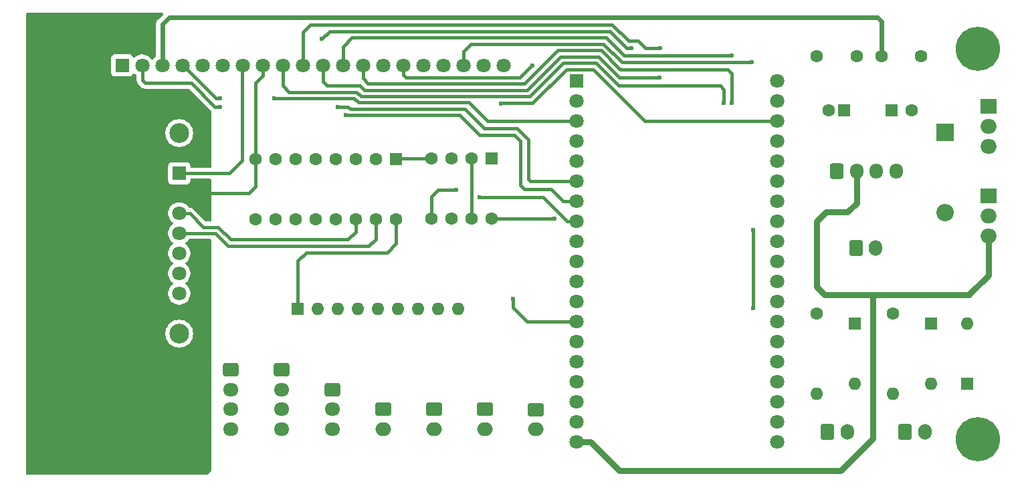
<source format=gbr>
%TF.GenerationSoftware,KiCad,Pcbnew,9.0.4*%
%TF.CreationDate,2025-12-09T22:45:37+01:00*%
%TF.ProjectId,VFO BFO Si5351,56464f20-4246-44f2-9053-69353335312e,rev?*%
%TF.SameCoordinates,Original*%
%TF.FileFunction,Copper,L1,Top*%
%TF.FilePolarity,Positive*%
%FSLAX46Y46*%
G04 Gerber Fmt 4.6, Leading zero omitted, Abs format (unit mm)*
G04 Created by KiCad (PCBNEW 9.0.4) date 2025-12-09 22:45:37*
%MOMM*%
%LPD*%
G01*
G04 APERTURE LIST*
G04 Aperture macros list*
%AMRoundRect*
0 Rectangle with rounded corners*
0 $1 Rounding radius*
0 $2 $3 $4 $5 $6 $7 $8 $9 X,Y pos of 4 corners*
0 Add a 4 corners polygon primitive as box body*
4,1,4,$2,$3,$4,$5,$6,$7,$8,$9,$2,$3,0*
0 Add four circle primitives for the rounded corners*
1,1,$1+$1,$2,$3*
1,1,$1+$1,$4,$5*
1,1,$1+$1,$6,$7*
1,1,$1+$1,$8,$9*
0 Add four rect primitives between the rounded corners*
20,1,$1+$1,$2,$3,$4,$5,0*
20,1,$1+$1,$4,$5,$6,$7,0*
20,1,$1+$1,$6,$7,$8,$9,0*
20,1,$1+$1,$8,$9,$2,$3,0*%
G04 Aperture macros list end*
%TA.AperFunction,ComponentPad*%
%ADD10O,1.700000X2.000000*%
%TD*%
%TA.AperFunction,ComponentPad*%
%ADD11RoundRect,0.250000X-0.600000X-0.750000X0.600000X-0.750000X0.600000X0.750000X-0.600000X0.750000X0*%
%TD*%
%TA.AperFunction,ComponentPad*%
%ADD12C,1.800000*%
%TD*%
%TA.AperFunction,ComponentPad*%
%ADD13R,1.800000X1.800000*%
%TD*%
%TA.AperFunction,WasherPad*%
%ADD14C,2.500000*%
%TD*%
%TA.AperFunction,ComponentPad*%
%ADD15O,1.600000X1.600000*%
%TD*%
%TA.AperFunction,ComponentPad*%
%ADD16C,1.600000*%
%TD*%
%TA.AperFunction,ComponentPad*%
%ADD17O,2.000000X1.700000*%
%TD*%
%TA.AperFunction,ComponentPad*%
%ADD18RoundRect,0.250000X-0.750000X0.600000X-0.750000X-0.600000X0.750000X-0.600000X0.750000X0.600000X0*%
%TD*%
%TA.AperFunction,ComponentPad*%
%ADD19RoundRect,0.250000X-0.725000X0.600000X-0.725000X-0.600000X0.725000X-0.600000X0.725000X0.600000X0*%
%TD*%
%TA.AperFunction,ComponentPad*%
%ADD20O,1.950000X1.700000*%
%TD*%
%TA.AperFunction,ComponentPad*%
%ADD21R,2.000000X1.905000*%
%TD*%
%TA.AperFunction,ComponentPad*%
%ADD22O,2.000000X1.905000*%
%TD*%
%TA.AperFunction,ComponentPad*%
%ADD23C,3.600000*%
%TD*%
%TA.AperFunction,ConnectorPad*%
%ADD24C,5.600000*%
%TD*%
%TA.AperFunction,ComponentPad*%
%ADD25R,1.600000X1.600000*%
%TD*%
%TA.AperFunction,ComponentPad*%
%ADD26R,1.800000X1.700000*%
%TD*%
%TA.AperFunction,ComponentPad*%
%ADD27RoundRect,0.250000X-0.550000X0.550000X-0.550000X-0.550000X0.550000X-0.550000X0.550000X0.550000X0*%
%TD*%
%TA.AperFunction,ComponentPad*%
%ADD28R,2.200000X2.200000*%
%TD*%
%TA.AperFunction,ComponentPad*%
%ADD29O,2.200000X2.200000*%
%TD*%
%TA.AperFunction,ComponentPad*%
%ADD30RoundRect,0.250000X-0.600000X-0.725000X0.600000X-0.725000X0.600000X0.725000X-0.600000X0.725000X0*%
%TD*%
%TA.AperFunction,ComponentPad*%
%ADD31O,1.700000X1.950000*%
%TD*%
%TA.AperFunction,ViaPad*%
%ADD32C,0.600000*%
%TD*%
%TA.AperFunction,Conductor*%
%ADD33C,0.400000*%
%TD*%
%TA.AperFunction,Conductor*%
%ADD34C,0.600000*%
%TD*%
%TA.AperFunction,Conductor*%
%ADD35C,0.800000*%
%TD*%
G04 APERTURE END LIST*
D10*
%TO.P,J8,2,Pin_2*%
%TO.N,GND*%
X187974570Y-112522000D03*
D11*
%TO.P,J8,1,Pin_1*%
%TO.N,Net-(J8-Pin_1)*%
X185474570Y-112522000D03*
%TD*%
D10*
%TO.P,J9,2,Pin_2*%
%TO.N,GND*%
X197800600Y-112522000D03*
D11*
%TO.P,J9,1,Pin_1*%
%TO.N,Net-(J9-Pin_1)*%
X195300600Y-112522000D03*
%TD*%
D10*
%TO.P,J10,2,Pin_2*%
%TO.N,+12V*%
X191552200Y-89255600D03*
D11*
%TO.P,J10,1,Pin_1*%
%TO.N,GND*%
X189052200Y-89255600D03*
%TD*%
D12*
%TO.P,M1,7,CLK0*%
%TO.N,unconnected-(M1-CLK0-Pad7)*%
X103397000Y-95029600D03*
%TO.P,M1,6,CLK1*%
%TO.N,unconnected-(M1-CLK1-Pad6)*%
X103397000Y-92489600D03*
%TO.P,M1,5,CLK2*%
%TO.N,unconnected-(M1-CLK2-Pad5)*%
X103397000Y-89949600D03*
%TO.P,M1,4,SDA*%
%TO.N,SDA*%
X103397000Y-87409600D03*
%TO.P,M1,3,SCL*%
%TO.N,SCL*%
X103397000Y-84869600D03*
%TO.P,M1,2,GND*%
%TO.N,GND*%
X103397000Y-82329600D03*
D13*
%TO.P,M1,1,VDD*%
%TO.N,+3.3V*%
X103397000Y-79789600D03*
D14*
%TO.P,M1,*%
%TO.N,*%
X103397000Y-74709600D03*
X103397000Y-100109600D03*
%TD*%
D15*
%TO.P,R1,2*%
%TO.N,Net-(J9-Pin_1)*%
X193761970Y-107731000D03*
D16*
%TO.P,R1,1*%
%TO.N,Net-(D1-A)*%
X193761970Y-97571000D03*
%TD*%
D15*
%TO.P,R3,2*%
%TO.N,Net-(J8-Pin_1)*%
X184102970Y-107731000D03*
D16*
%TO.P,R3,1*%
%TO.N,RTTY IN*%
X184102970Y-97571000D03*
%TD*%
D17*
%TO.P,J6,2,Pin_2*%
%TO.N,GND*%
X142063725Y-112202619D03*
D18*
%TO.P,J6,1,Pin_1*%
%TO.N,Net-(J6-Pin_1)*%
X142063725Y-109702619D03*
%TD*%
D16*
%TO.P,C4,1*%
%TO.N,+5V*%
X189127086Y-64973027D03*
%TO.P,C4,2*%
%TO.N,GND*%
X184127086Y-64973027D03*
%TD*%
D19*
%TO.P,J2,1,Pin_1*%
%TO.N,Net-(J2-Pin_1)*%
X116365027Y-104702619D03*
D20*
%TO.P,J2,2,Pin_2*%
%TO.N,Net-(J2-Pin_2)*%
X116365027Y-107202619D03*
%TO.P,J2,3,Pin_3*%
%TO.N,Net-(J2-Pin_3)*%
X116365027Y-109702619D03*
%TO.P,J2,4,Pin_4*%
%TO.N,GND*%
X116365027Y-112202619D03*
%TD*%
D21*
%TO.P,U3,1,VI*%
%TO.N,Net-(D4-K)*%
X205812829Y-71325464D03*
D22*
%TO.P,U3,2,GND*%
%TO.N,GND*%
X205812829Y-73865464D03*
%TO.P,U3,3,VO*%
%TO.N,+9V*%
X205812829Y-76405464D03*
%TD*%
D19*
%TO.P,J3,1,Pin_1*%
%TO.N,Net-(J3-Pin_1)*%
X122789701Y-107202619D03*
D20*
%TO.P,J3,2,Pin_2*%
%TO.N,Net-(J3-Pin_2)*%
X122789701Y-109702619D03*
%TO.P,J3,3,Pin_3*%
%TO.N,GND*%
X122789701Y-112202619D03*
%TD*%
D19*
%TO.P,J1,1,Pin_1*%
%TO.N,+3.3V*%
X109940352Y-104702619D03*
D20*
%TO.P,J1,2,Pin_2*%
%TO.N,SCL*%
X109940352Y-107202619D03*
%TO.P,J1,3,Pin_3*%
%TO.N,SDA*%
X109940352Y-109702619D03*
%TO.P,J1,4,Pin_4*%
%TO.N,GND*%
X109940352Y-112202619D03*
%TD*%
D23*
%TO.P,H2,1,1*%
%TO.N,GND*%
X88500000Y-113500000D03*
D24*
X88500000Y-113500000D03*
%TD*%
D25*
%TO.P,C2,1*%
%TO.N,+9V*%
X193601286Y-71831027D03*
D16*
%TO.P,C2,2*%
%TO.N,GND*%
X196101286Y-71831027D03*
%TD*%
D18*
%TO.P,J5,1,Pin_1*%
%TO.N,Net-(J5-Pin_1)*%
X135639051Y-109702619D03*
D17*
%TO.P,J5,2,Pin_2*%
%TO.N,GND*%
X135639051Y-112202619D03*
%TD*%
D26*
%TO.P,U1,J2-1,3V3*%
%TO.N,+3.3V*%
X153725200Y-68100200D03*
D12*
%TO.P,U1,J2-2,EN*%
%TO.N,unconnected-(U1-EN-PadJ2-2)*%
X153725200Y-70640200D03*
%TO.P,U1,J2-3,SENSOR_VP*%
%TO.N,SW_RTTY_CW*%
X153725200Y-73180200D03*
%TO.P,U1,J2-4,SENSOR_VN*%
%TO.N,unconnected-(U1-SENSOR_VN-PadJ2-4)*%
X153725200Y-75720200D03*
%TO.P,U1,J2-5,IO34*%
%TO.N,CLK*%
X153725200Y-78260200D03*
%TO.P,U1,J2-6,IO35*%
%TO.N,DT*%
X153725200Y-80800200D03*
%TO.P,U1,J2-7,IO32*%
%TO.N,SW_STEP*%
X153725200Y-83340200D03*
%TO.P,U1,J2-8,IO33*%
%TO.N,SW_BAND*%
X153725200Y-85880200D03*
%TO.P,U1,J2-9,IO25*%
%TO.N,SW_MODE*%
X153725200Y-88420200D03*
%TO.P,U1,J2-10,IO26*%
%TO.N,SW_AGC*%
X153725200Y-90960200D03*
%TO.P,U1,J2-11,IO27*%
%TO.N,SW_ATT*%
X153725200Y-93500200D03*
%TO.P,U1,J2-12,IO14*%
%TO.N,SW_SCAN*%
X153725200Y-96040200D03*
%TO.P,U1,J2-13,IO12*%
%TO.N,CLK-2*%
X153725200Y-98580200D03*
%TO.P,U1,J2-14,GND1*%
%TO.N,unconnected-(U1-GND1-PadJ2-14)*%
X153725200Y-101120200D03*
%TO.P,U1,J2-15,IO13*%
%TO.N,DT-2*%
X153725200Y-103660200D03*
%TO.P,U1,J2-16,SD2*%
%TO.N,unconnected-(U1-SD2-PadJ2-16)*%
X153725200Y-106200200D03*
%TO.P,U1,J2-17,SD3*%
%TO.N,unconnected-(U1-SD3-PadJ2-17)*%
X153725200Y-108740200D03*
%TO.P,U1,J2-18,CMD*%
%TO.N,unconnected-(U1-CMD-PadJ2-18)*%
X153725200Y-111280200D03*
%TO.P,U1,J2-19,EXT_5V*%
%TO.N,+5V*%
X153725200Y-113820200D03*
%TO.P,U1,J3-1,GND3*%
%TO.N,GND*%
X179125200Y-68100200D03*
%TO.P,U1,J3-2,IO23*%
%TO.N,MOSI*%
X179125200Y-70640200D03*
%TO.P,U1,J3-3,IO22*%
%TO.N,SDA*%
X179125200Y-73180200D03*
%TO.P,U1,J3-4,TXD0*%
%TO.N,unconnected-(U1-TXD0-PadJ3-4)*%
X179125200Y-75720200D03*
%TO.P,U1,J3-5,RXD0*%
%TO.N,unconnected-(U1-RXD0-PadJ3-5)*%
X179125200Y-78260200D03*
%TO.P,U1,J3-6,IO21*%
%TO.N,SCL*%
X179125200Y-80800200D03*
%TO.P,U1,J3-7,GND2*%
%TO.N,unconnected-(U1-GND2-PadJ3-7)*%
X179125200Y-83340200D03*
%TO.P,U1,J3-8,IO19*%
%TO.N,unconnected-(U1-IO19-PadJ3-8)*%
X179125200Y-85880200D03*
%TO.P,U1,J3-9,IO18*%
%TO.N,SCK*%
X179125200Y-88420200D03*
%TO.P,U1,J3-10,IO5*%
%TO.N,CS*%
X179125200Y-90960200D03*
%TO.P,U1,J3-11,IO17*%
%TO.N,RST*%
X179125200Y-93500200D03*
%TO.P,U1,J3-12,IO16*%
%TO.N,D{slash}C*%
X179125200Y-96040200D03*
%TO.P,U1,J3-13,IO4*%
%TO.N,RTTY IN*%
X179125200Y-98580200D03*
%TO.P,U1,J3-14,IO0*%
%TO.N,unconnected-(U1-IO0-PadJ3-14)*%
X179125200Y-101120200D03*
%TO.P,U1,J3-15,IO2*%
%TO.N,TX*%
X179125200Y-103660200D03*
%TO.P,U1,J3-16,IO15*%
%TO.N,METER*%
X179125200Y-106200200D03*
%TO.P,U1,J3-17,SD1*%
%TO.N,unconnected-(U1-SD1-PadJ3-17)*%
X179125200Y-108740200D03*
%TO.P,U1,J3-18,SD0*%
%TO.N,unconnected-(U1-SD0-PadJ3-18)*%
X179125200Y-111280200D03*
%TO.P,U1,J3-19,CLK*%
%TO.N,unconnected-(U1-CLK-PadJ3-19)*%
X179125200Y-113820200D03*
%TD*%
D23*
%TO.P,H1,1,1*%
%TO.N,GND*%
X204500000Y-113500000D03*
D24*
X204500000Y-113500000D03*
%TD*%
D25*
%TO.P,C3,1*%
%TO.N,+5V*%
X187582199Y-71805627D03*
D16*
%TO.P,C3,2*%
%TO.N,GND*%
X185582199Y-71805627D03*
%TD*%
D27*
%TO.P,U5,1,A0*%
%TO.N,GND*%
X142930200Y-77955400D03*
D16*
%TO.P,U5,2,A1*%
X140390200Y-77955400D03*
%TO.P,U5,3,A2*%
X137850200Y-77955400D03*
%TO.P,U5,4,GND*%
X135310200Y-77955400D03*
%TO.P,U5,5,SDA*%
%TO.N,SDA*%
X135310200Y-85575400D03*
%TO.P,U5,6,SCL*%
%TO.N,SCL*%
X137850200Y-85575400D03*
%TO.P,U5,7,WP*%
%TO.N,GND*%
X140390200Y-85575400D03*
%TO.P,U5,8,VCC*%
%TO.N,+3.3V*%
X142930200Y-85575400D03*
%TD*%
D25*
%TO.P,D3,1,K*%
%TO.N,RTTY IN*%
X188932470Y-98841000D03*
D15*
%TO.P,D3,2,A*%
%TO.N,GND*%
X188932470Y-106461000D03*
%TD*%
D23*
%TO.P,H4,1,1*%
%TO.N,GND*%
X88500000Y-64000000D03*
D24*
X88500000Y-64000000D03*
%TD*%
D16*
%TO.P,C1,1*%
%TO.N,+9V*%
X192283665Y-64987627D03*
%TO.P,C1,2*%
%TO.N,GND*%
X197283665Y-64987627D03*
%TD*%
D21*
%TO.P,U4,1,VI*%
%TO.N,+9V*%
X205812829Y-82671464D03*
D22*
%TO.P,U4,2,GND*%
%TO.N,GND*%
X205812829Y-85211464D03*
%TO.P,U4,3,VO*%
%TO.N,+5V*%
X205812829Y-87751464D03*
%TD*%
D28*
%TO.P,D4,1,K*%
%TO.N,Net-(D4-K)*%
X200314229Y-74627464D03*
D29*
%TO.P,D4,2,A*%
%TO.N,+12V*%
X200314229Y-84787464D03*
%TD*%
D18*
%TO.P,J4,1,Pin_1*%
%TO.N,Net-(J4-Pin_1)*%
X129214376Y-109702619D03*
D17*
%TO.P,J4,2,Pin_2*%
%TO.N,GND*%
X129214376Y-112202619D03*
%TD*%
D23*
%TO.P,H3,1,1*%
%TO.N,GND*%
X204500000Y-64000000D03*
D24*
X204500000Y-64000000D03*
%TD*%
D27*
%TO.P,U2,1,A0*%
%TO.N,GND*%
X130828200Y-77995800D03*
D16*
%TO.P,U2,2,A1*%
X128288200Y-77995800D03*
%TO.P,U2,3,A2*%
X125748200Y-77995800D03*
%TO.P,U2,4,P0*%
%TO.N,Net-(J2-Pin_1)*%
X123208200Y-77995800D03*
%TO.P,U2,5,P1*%
%TO.N,Net-(J2-Pin_2)*%
X120668200Y-77995800D03*
%TO.P,U2,6,P2*%
%TO.N,Net-(J2-Pin_3)*%
X118128200Y-77995800D03*
%TO.P,U2,7,P3*%
%TO.N,Net-(J3-Pin_1)*%
X115588200Y-77995800D03*
%TO.P,U2,8,GND*%
%TO.N,GND*%
X113048200Y-77995800D03*
%TO.P,U2,9,P4*%
%TO.N,Net-(J3-Pin_2)*%
X113048200Y-85615800D03*
%TO.P,U2,10,P5*%
%TO.N,Net-(J4-Pin_1)*%
X115588200Y-85615800D03*
%TO.P,U2,11,P6*%
%TO.N,Net-(J5-Pin_1)*%
X118128200Y-85615800D03*
%TO.P,U2,12,P7*%
%TO.N,Net-(J6-Pin_1)*%
X120668200Y-85615800D03*
%TO.P,U2,13,~{INT}*%
%TO.N,unconnected-(U2-~{INT}-Pad13)*%
X123208200Y-85615800D03*
%TO.P,U2,14,SCL*%
%TO.N,SCL*%
X125748200Y-85615800D03*
%TO.P,U2,15,SDA*%
%TO.N,SDA*%
X128288200Y-85615800D03*
%TO.P,U2,16,VDD*%
%TO.N,+3.3V*%
X130828200Y-85615800D03*
%TD*%
D25*
%TO.P,RN1,1,common*%
%TO.N,+3.3V*%
X118407600Y-97012200D03*
D15*
%TO.P,RN1,2,R1*%
%TO.N,Net-(J2-Pin_1)*%
X120947600Y-97012200D03*
%TO.P,RN1,3,R2*%
%TO.N,Net-(J2-Pin_2)*%
X123487600Y-97012200D03*
%TO.P,RN1,4,R3*%
%TO.N,Net-(J2-Pin_3)*%
X126027600Y-97012200D03*
%TO.P,RN1,5,R4*%
%TO.N,Net-(J3-Pin_1)*%
X128567600Y-97012200D03*
%TO.P,RN1,6,R5*%
%TO.N,Net-(J3-Pin_2)*%
X131107600Y-97012200D03*
%TO.P,RN1,7,R6*%
%TO.N,Net-(J4-Pin_1)*%
X133647600Y-97012200D03*
%TO.P,RN1,8,R7*%
%TO.N,Net-(J5-Pin_1)*%
X136187600Y-97012200D03*
%TO.P,RN1,9,R8*%
%TO.N,Net-(J6-Pin_1)*%
X138727600Y-97012200D03*
%TD*%
D25*
%TO.P,D1,1,K*%
%TO.N,METER*%
X203170970Y-106461000D03*
D15*
%TO.P,D1,2,A*%
%TO.N,Net-(D1-A)*%
X203170970Y-98841000D03*
%TD*%
D25*
%TO.P,D2,1,K*%
%TO.N,Net-(D1-A)*%
X198591470Y-98841000D03*
D15*
%TO.P,D2,2,A*%
%TO.N,GND*%
X198591470Y-106461000D03*
%TD*%
D18*
%TO.P,J7,1,Pin_1*%
%TO.N,TX*%
X148488400Y-109728000D03*
D17*
%TO.P,J7,2,Pin_2*%
%TO.N,GND*%
X148488400Y-112228000D03*
%TD*%
D13*
%TO.P,J12,1,Pin_1*%
%TO.N,CLK*%
X96168800Y-66144400D03*
D12*
%TO.P,J12,2,Pin_2*%
%TO.N,DT*%
X98708800Y-66144400D03*
%TO.P,J12,3,Pin_3*%
%TO.N,+9V*%
X101248800Y-66144400D03*
%TO.P,J12,4,Pin_4*%
%TO.N,SW_RTTY_CW*%
X103788800Y-66144400D03*
%TO.P,J12,5,Pin_5*%
%TO.N,SW_STEP*%
X106328800Y-66144400D03*
%TO.P,J12,6,Pin_6*%
%TO.N,SW_SCAN*%
X108868800Y-66144400D03*
%TO.P,J12,7,Pin_7*%
%TO.N,+3.3V*%
X111408800Y-66144400D03*
%TO.P,J12,8,Pin_8*%
%TO.N,GND*%
X113948800Y-66144400D03*
%TO.P,J12,9,Pin_9*%
%TO.N,CS*%
X116488800Y-66144400D03*
%TO.P,J12,10,Pin_10*%
%TO.N,RST*%
X119028800Y-66144400D03*
%TO.P,J12,11,Pin_11*%
%TO.N,D{slash}C*%
X121568800Y-66144400D03*
%TO.P,J12,12,Pin_12*%
%TO.N,MOSI*%
X124108800Y-66144400D03*
%TO.P,J12,13,Pin_13*%
%TO.N,SCK*%
X126648800Y-66144400D03*
%TO.P,J12,14,Pin_14*%
%TO.N,SW_BAND*%
X129188800Y-66144400D03*
%TO.P,J12,15,Pin_15*%
%TO.N,SW_MODE*%
X131728800Y-66144400D03*
%TO.P,J12,16,Pin_16*%
%TO.N,SW_AGC*%
X134268800Y-66144400D03*
%TO.P,J12,17,Pin_17*%
%TO.N,SW_ATT*%
X136808800Y-66144400D03*
%TO.P,J12,18,Pin_18*%
%TO.N,GND*%
X139348800Y-66144400D03*
%TO.P,J12,19,Pin_19*%
%TO.N,CLK-2*%
X141888800Y-66144400D03*
%TO.P,J12,20,Pin_20*%
%TO.N,DT-2*%
X144428800Y-66144400D03*
%TD*%
D30*
%TO.P,J11,1,Pin_1*%
%TO.N,GND*%
X186639200Y-79527400D03*
D31*
%TO.P,J11,2,Pin_2*%
%TO.N,+5V*%
X189139200Y-79527400D03*
%TO.P,J11,3,Pin_3*%
%TO.N,+9V*%
X191639200Y-79527400D03*
%TO.P,J11,4,Pin_4*%
%TO.N,+12V*%
X194139200Y-79527400D03*
%TD*%
D32*
%TO.N,SCL*%
X176022000Y-96926400D03*
X176022000Y-86969600D03*
%TO.N,GND*%
X175873800Y-65763400D03*
%TO.N,SDA*%
X138479100Y-81939100D03*
X144106303Y-70949300D03*
%TO.N,+3.3V*%
X150905800Y-85547200D03*
%TO.N,DT*%
X123500726Y-71362604D03*
X108559600Y-71399400D03*
%TO.N,SW_STEP*%
X124500000Y-72452300D03*
%TO.N,CLK-2*%
X145622600Y-95707200D03*
%TO.N,SW_BAND*%
X141452400Y-82846900D03*
%TO.N,SW_MODE*%
X148127700Y-66118509D03*
%TO.N,SW_SCAN*%
X121462800Y-62788800D03*
X160629600Y-63960000D03*
%TO.N,SW_RTTY_CW*%
X115417600Y-70307200D03*
X108559600Y-70307200D03*
%TO.N,SCK*%
X173345803Y-70868800D03*
%TO.N,D{slash}C*%
X164164600Y-67693800D03*
%TO.N,MOSI*%
X173345803Y-64863400D03*
%TO.N,RST*%
X164236400Y-63963400D03*
%TO.N,CS*%
X172345800Y-70868800D03*
%TD*%
D33*
%TO.N,MOSI*%
X124108800Y-63782200D02*
X124108800Y-66144400D01*
X125281400Y-62609600D02*
X124108800Y-63782200D01*
X157447700Y-62609600D02*
X125281400Y-62609600D01*
X159701500Y-64863400D02*
X157447700Y-62609600D01*
X163790393Y-64863400D02*
X159701500Y-64863400D01*
X163791393Y-64864400D02*
X163790393Y-64863400D01*
X164537807Y-64864400D02*
X163791393Y-64864400D01*
X164538807Y-64863400D02*
X164537807Y-64864400D01*
X173126400Y-64863400D02*
X164538807Y-64863400D01*
%TO.N,SDA*%
X162349800Y-73180200D02*
X179125200Y-73180200D01*
X155793800Y-66624200D02*
X162349800Y-73180200D01*
X152400000Y-66624200D02*
X155793800Y-66624200D01*
X144106303Y-70949300D02*
X144106303Y-70916800D01*
X148107400Y-70916800D02*
X152400000Y-66624200D01*
X144106303Y-70916800D02*
X148107400Y-70916800D01*
%TO.N,SW_MODE*%
X148052791Y-66118509D02*
X146525700Y-67645600D01*
X132061600Y-67645600D02*
X131728800Y-67312800D01*
X146525700Y-67645600D02*
X132061600Y-67645600D01*
X148127700Y-66118509D02*
X148052791Y-66118509D01*
X131728800Y-67312800D02*
X131728800Y-66144400D01*
D34*
%TO.N,+9V*%
X192283665Y-60559265D02*
X192283665Y-64987627D01*
X191770000Y-60045600D02*
X192283665Y-60559265D01*
X102115200Y-60045600D02*
X191770000Y-60045600D01*
X101248800Y-66144400D02*
X101248800Y-60912000D01*
X101248800Y-60912000D02*
X102115200Y-60045600D01*
D33*
%TO.N,RST*%
X119028800Y-61920800D02*
X119028800Y-66144400D01*
X119989600Y-60960000D02*
X119028800Y-61920800D01*
X161487000Y-63042800D02*
X160288986Y-63042800D01*
X162407600Y-63963400D02*
X161487000Y-63042800D01*
X160288986Y-63042800D02*
X158206186Y-60960000D01*
X164236400Y-63963400D02*
X162407600Y-63963400D01*
X158206186Y-60960000D02*
X119989600Y-60960000D01*
%TO.N,SW_SCAN*%
X160626200Y-63963400D02*
X160629600Y-63960000D01*
X160076800Y-63963400D02*
X160626200Y-63963400D01*
X157922000Y-61808600D02*
X160076800Y-63963400D01*
X121462800Y-62788800D02*
X122443000Y-61808600D01*
X122443000Y-61808600D02*
X157922000Y-61808600D01*
%TO.N,SCL*%
X176022000Y-96926400D02*
X176022000Y-86969600D01*
D35*
%TO.N,+5V*%
X191236600Y-113367400D02*
X191236600Y-95173800D01*
X187154400Y-117449600D02*
X191236600Y-113367400D01*
X159105600Y-117449600D02*
X187154400Y-117449600D01*
X155476200Y-113820200D02*
X159105600Y-117449600D01*
X153725000Y-113820200D02*
X155476200Y-113820200D01*
D33*
%TO.N,GND*%
X135310000Y-77955400D02*
X130869000Y-77955400D01*
X130828200Y-77995800D02*
X130828100Y-77995700D01*
X172971596Y-65763400D02*
X159467800Y-65763400D01*
X140390200Y-81265200D02*
X140390200Y-77955400D01*
X157115000Y-63410600D02*
X140304600Y-63410600D01*
X135310200Y-77955400D02*
X135310000Y-77955400D01*
X113048000Y-68358800D02*
X113944400Y-67462400D01*
X113048200Y-81497600D02*
X113048200Y-77995800D01*
X142930200Y-77955400D02*
X142930000Y-77955400D01*
X130828100Y-77995700D02*
X130828000Y-77995800D01*
X125748200Y-77995800D02*
X125748000Y-77995800D01*
X113944400Y-66149200D02*
X113949000Y-66144600D01*
X113048200Y-77995800D02*
X113048000Y-77995800D01*
X173719010Y-65764400D02*
X172972596Y-65764400D01*
X113944400Y-67462400D02*
X113944400Y-66149200D01*
X103397000Y-82329600D02*
X112216200Y-82329600D01*
X173720010Y-65763400D02*
X173719010Y-65764400D01*
X140304600Y-63410600D02*
X139348800Y-64366400D01*
X139348800Y-64366400D02*
X139348800Y-66144400D01*
X175873800Y-65763400D02*
X173720010Y-65763400D01*
X140390000Y-81265400D02*
X140390200Y-81265200D01*
X159467800Y-65763400D02*
X157115000Y-63410600D01*
X113048000Y-77995800D02*
X113048000Y-68358800D01*
X172972596Y-65764400D02*
X172971596Y-65763400D01*
X140390000Y-85575400D02*
X140390000Y-81265400D01*
X113949000Y-66144600D02*
X113948800Y-66144400D01*
X140390200Y-85575400D02*
X140390000Y-85575400D01*
X112216200Y-82329600D02*
X113048200Y-81497600D01*
X130869000Y-77955400D02*
X130828100Y-77995700D01*
X140390000Y-81265400D02*
X140390000Y-77955400D01*
D35*
%TO.N,+5V*%
X185293000Y-84683600D02*
X188010800Y-84683600D01*
X189128400Y-83566000D02*
X189128400Y-79538200D01*
X191236600Y-95173800D02*
X185115200Y-95173800D01*
X191236600Y-95173800D02*
X203377800Y-95173800D01*
X185115200Y-95173800D02*
X184124600Y-94183200D01*
X189128400Y-79538200D02*
X189139200Y-79527400D01*
X184124600Y-94183200D02*
X184124600Y-85852000D01*
X205816200Y-92735400D02*
X205816200Y-87754835D01*
X205816200Y-87754835D02*
X205812829Y-87751464D01*
X184124600Y-85852000D02*
X185293000Y-84683600D01*
X203428600Y-95123000D02*
X205816200Y-92735400D01*
X203377800Y-95173800D02*
X203428600Y-95123000D01*
X188010800Y-84683600D02*
X189128400Y-83566000D01*
D33*
%TO.N,SDA*%
X136152500Y-81939100D02*
X135310200Y-82781400D01*
X128288000Y-88127000D02*
X127399000Y-89016200D01*
X107995000Y-87409600D02*
X103397000Y-87409600D01*
X128288000Y-86871400D02*
X128288000Y-88127000D01*
X109590000Y-89004400D02*
X107995000Y-87409600D01*
X135310200Y-82781400D02*
X135310200Y-85575400D01*
X128288000Y-85615800D02*
X128288000Y-86871400D01*
X127399000Y-89016200D02*
X109719000Y-89016200D01*
X128288000Y-86871400D02*
X128288200Y-86871200D01*
X128288200Y-86871200D02*
X128288200Y-85615800D01*
X109719000Y-89016200D02*
X109707000Y-89004400D01*
X109707000Y-89004400D02*
X109590000Y-89004400D01*
X138479100Y-81939100D02*
X136152500Y-81939100D01*
%TO.N,SCL*%
X124757000Y-88203400D02*
X125760000Y-87201000D01*
X125748000Y-86402600D02*
X125748000Y-85615800D01*
X109922000Y-88203400D02*
X124757000Y-88203400D01*
X125760000Y-87201000D02*
X125748000Y-87189400D01*
X103397000Y-84869600D02*
X104734000Y-84869600D01*
X125748200Y-86402400D02*
X125748200Y-85615800D01*
X125748000Y-86402600D02*
X125748200Y-86402400D01*
X108327000Y-86608600D02*
X109922000Y-88203400D01*
X104734000Y-84869600D02*
X106473000Y-86608600D01*
X106473000Y-86608600D02*
X108327000Y-86608600D01*
X125748000Y-87189400D02*
X125748000Y-86402600D01*
%TO.N,+3.3V*%
X103397000Y-79789600D02*
X109752000Y-79789600D01*
X130828200Y-85615800D02*
X130828000Y-85615800D01*
X118408000Y-90895600D02*
X119486000Y-89817200D01*
X118407600Y-93954300D02*
X118407600Y-97012200D01*
X111358000Y-78184000D02*
X111358000Y-66195600D01*
X118408000Y-93953900D02*
X118408000Y-90895600D01*
X130828000Y-88711200D02*
X130828000Y-85615800D01*
X150905800Y-85547200D02*
X150299000Y-85547200D01*
X118408000Y-97012200D02*
X118408000Y-93953900D01*
X150296200Y-85550000D02*
X142955600Y-85550000D01*
X142955600Y-85550000D02*
X142930200Y-85575400D01*
X111358000Y-66195600D02*
X111409000Y-66144600D01*
X118408000Y-93953900D02*
X118407600Y-93954300D01*
X129722000Y-89817200D02*
X130828000Y-88711200D01*
X150299000Y-85547200D02*
X150296200Y-85550000D01*
X119486000Y-89817200D02*
X129722000Y-89817200D01*
X109752000Y-79789600D02*
X111358000Y-78184000D01*
X111408800Y-66144400D02*
X111409000Y-66144600D01*
%TO.N,DT*%
X124753404Y-71362604D02*
X125042100Y-71651300D01*
X108559600Y-71399400D02*
X107924600Y-71399400D01*
X147629200Y-80571600D02*
X147857800Y-80800200D01*
X98708800Y-67974800D02*
X98708800Y-66144400D01*
X139547100Y-71651300D02*
X141987600Y-74091800D01*
X146177000Y-74091800D02*
X147629200Y-75544000D01*
X123500726Y-71362604D02*
X124753404Y-71362604D01*
X147629200Y-75544000D02*
X147629200Y-80571600D01*
X104902000Y-68376800D02*
X99110800Y-68376800D01*
X147857800Y-80800200D02*
X153725200Y-80800200D01*
X99110800Y-68376800D02*
X98708800Y-67974800D01*
X107924600Y-71399400D02*
X104902000Y-68376800D01*
X141987600Y-74091800D02*
X146177000Y-74091800D01*
X125042100Y-71651300D02*
X139547100Y-71651300D01*
%TO.N,SW_STEP*%
X150474000Y-81816200D02*
X151998000Y-83340200D01*
X124500000Y-72452300D02*
X138900300Y-72452300D01*
X145821400Y-74930000D02*
X146613200Y-75721800D01*
X141378000Y-74930000D02*
X145821400Y-74930000D01*
X151998000Y-83340200D02*
X153725200Y-83340200D01*
X138900300Y-72452300D02*
X141378000Y-74930000D01*
X146613200Y-75721800D02*
X146613200Y-81333600D01*
X146613200Y-81333600D02*
X147095800Y-81816200D01*
X147095800Y-81816200D02*
X150474000Y-81816200D01*
%TO.N,CLK-2*%
X145622600Y-95707200D02*
X145622600Y-96802200D01*
X145622600Y-96802200D02*
X147400600Y-98580200D01*
X147400600Y-98580200D02*
X153725200Y-98580200D01*
%TO.N,SW_BAND*%
X141452400Y-82846900D02*
X149496500Y-82846900D01*
X149496500Y-82846900D02*
X152529800Y-85880200D01*
X152529800Y-85880200D02*
X153725200Y-85880200D01*
%TO.N,SW_RTTY_CW*%
X142420600Y-73180200D02*
X153725200Y-73180200D01*
X125538614Y-70307200D02*
X126081714Y-70850300D01*
X126081714Y-70850300D02*
X140090700Y-70850300D01*
X108051600Y-70307200D02*
X103888800Y-66144400D01*
X108559600Y-70307200D02*
X108051600Y-70307200D01*
X140090700Y-70850300D02*
X142420600Y-73180200D01*
X115417600Y-70307200D02*
X125538614Y-70307200D01*
X103888800Y-66144400D02*
X103788800Y-66144400D01*
%TO.N,SCK*%
X173345803Y-70868800D02*
X173345803Y-67197603D01*
X173345803Y-67197603D02*
X172826000Y-66677800D01*
X126648800Y-67795400D02*
X126648800Y-66144400D01*
X159249414Y-66677800D02*
X159020814Y-66449200D01*
X151307400Y-64211600D02*
X147071700Y-68447300D01*
X159020814Y-66449200D02*
X159019900Y-66449200D01*
X156782300Y-64211600D02*
X151307400Y-64211600D01*
X127300700Y-68447300D02*
X126648800Y-67795400D01*
X147071700Y-68447300D02*
X127300700Y-68447300D01*
X159019900Y-66449200D02*
X156782300Y-64211600D01*
X172826000Y-66677800D02*
X159249414Y-66677800D01*
%TO.N,D{slash}C*%
X126203983Y-68707000D02*
X126202183Y-68705200D01*
X122121400Y-68705200D02*
X121568800Y-68152600D01*
X126831700Y-69248300D02*
X126290400Y-68707000D01*
X164063000Y-67693800D02*
X159130800Y-67693800D01*
X121568800Y-68152600D02*
X121568800Y-66144400D01*
X159130800Y-67693800D02*
X156449600Y-65012600D01*
X126202183Y-68705200D02*
X122121400Y-68705200D01*
X126290400Y-68707000D02*
X126203983Y-68707000D01*
X147403485Y-69248300D02*
X126831700Y-69248300D01*
X151639186Y-65012600D02*
X147403485Y-69248300D01*
X156449600Y-65012600D02*
X151639186Y-65012600D01*
%TO.N,CS*%
X156116900Y-65813600D02*
X151991400Y-65813600D01*
X172345800Y-70868800D02*
X172345800Y-69194800D01*
X159013100Y-68709800D02*
X156116900Y-65813600D01*
X116488800Y-68711400D02*
X116488800Y-66144400D01*
X171860800Y-68709800D02*
X159013100Y-68709800D01*
X147755700Y-70049300D02*
X126413500Y-70049300D01*
X125870399Y-69506200D02*
X117283600Y-69506200D01*
X126413500Y-70049300D02*
X125870399Y-69506200D01*
X172345800Y-69194800D02*
X171860800Y-68709800D01*
X117283600Y-69506200D02*
X116488800Y-68711400D01*
X151991400Y-65813600D02*
X147755700Y-70049300D01*
%TD*%
%TA.AperFunction,Conductor*%
%TO.N,GND*%
G36*
X101306499Y-59509585D02*
G01*
X101352254Y-59562389D01*
X101362198Y-59631547D01*
X101333173Y-59695103D01*
X101327141Y-59701581D01*
X100738511Y-60290211D01*
X100682760Y-60345962D01*
X100627009Y-60401712D01*
X100539409Y-60532814D01*
X100539402Y-60532827D01*
X100479064Y-60678498D01*
X100479061Y-60678510D01*
X100448300Y-60833153D01*
X100448300Y-64931701D01*
X100428615Y-64998740D01*
X100397187Y-65032018D01*
X100336435Y-65076157D01*
X100180556Y-65232036D01*
X100180552Y-65232041D01*
X100079118Y-65371654D01*
X100023788Y-65414320D01*
X99954175Y-65420299D01*
X99892380Y-65387693D01*
X99878482Y-65371654D01*
X99777047Y-65232041D01*
X99777043Y-65232036D01*
X99621163Y-65076156D01*
X99621158Y-65076152D01*
X99442825Y-64946587D01*
X99442824Y-64946586D01*
X99442822Y-64946585D01*
X99325591Y-64886852D01*
X99246406Y-64846504D01*
X99246403Y-64846503D01*
X99036752Y-64778385D01*
X98927886Y-64761142D01*
X98819022Y-64743900D01*
X98598578Y-64743900D01*
X98526001Y-64755395D01*
X98380847Y-64778385D01*
X98171196Y-64846503D01*
X98171193Y-64846504D01*
X97974774Y-64946587D01*
X97796441Y-65076152D01*
X97796436Y-65076156D01*
X97746263Y-65126329D01*
X97684940Y-65159813D01*
X97615248Y-65154828D01*
X97559315Y-65112957D01*
X97542401Y-65081980D01*
X97512597Y-65002071D01*
X97512593Y-65002064D01*
X97426347Y-64886855D01*
X97426344Y-64886852D01*
X97311135Y-64800606D01*
X97311128Y-64800602D01*
X97176282Y-64750308D01*
X97176283Y-64750308D01*
X97116683Y-64743901D01*
X97116681Y-64743900D01*
X97116673Y-64743900D01*
X97116664Y-64743900D01*
X95220929Y-64743900D01*
X95220923Y-64743901D01*
X95161316Y-64750308D01*
X95026471Y-64800602D01*
X95026464Y-64800606D01*
X94911255Y-64886852D01*
X94911252Y-64886855D01*
X94825006Y-65002064D01*
X94825002Y-65002071D01*
X94774708Y-65136917D01*
X94768301Y-65196516D01*
X94768300Y-65196535D01*
X94768300Y-67092270D01*
X94768301Y-67092276D01*
X94774708Y-67151883D01*
X94825002Y-67286728D01*
X94825006Y-67286735D01*
X94911252Y-67401944D01*
X94911255Y-67401947D01*
X95026464Y-67488193D01*
X95026471Y-67488197D01*
X95161317Y-67538491D01*
X95161316Y-67538491D01*
X95168244Y-67539235D01*
X95220927Y-67544900D01*
X97116672Y-67544899D01*
X97176283Y-67538491D01*
X97311131Y-67488196D01*
X97426346Y-67401946D01*
X97512596Y-67286731D01*
X97540229Y-67212643D01*
X97542401Y-67206820D01*
X97584271Y-67150886D01*
X97649736Y-67126468D01*
X97718009Y-67141319D01*
X97746264Y-67162471D01*
X97796435Y-67212642D01*
X97957186Y-67329434D01*
X97999851Y-67384762D01*
X98008300Y-67429751D01*
X98008300Y-67905806D01*
X98008300Y-68043794D01*
X98008300Y-68043796D01*
X98008299Y-68043796D01*
X98035218Y-68179122D01*
X98035221Y-68179132D01*
X98088022Y-68306607D01*
X98164687Y-68421345D01*
X98664254Y-68920912D01*
X98778992Y-68997577D01*
X98906467Y-69050378D01*
X98906472Y-69050380D01*
X98906476Y-69050380D01*
X98906477Y-69050381D01*
X99041803Y-69077300D01*
X99041806Y-69077300D01*
X99041807Y-69077300D01*
X104560481Y-69077300D01*
X104627520Y-69096985D01*
X104648162Y-69113619D01*
X107410081Y-71875538D01*
X107443566Y-71936861D01*
X107446400Y-71963219D01*
X107446400Y-78965100D01*
X107426715Y-79032139D01*
X107373911Y-79077894D01*
X107322400Y-79089100D01*
X104921499Y-79089100D01*
X104854460Y-79069415D01*
X104808705Y-79016611D01*
X104797499Y-78965100D01*
X104797499Y-78841729D01*
X104797498Y-78841723D01*
X104797497Y-78841716D01*
X104791091Y-78782117D01*
X104740796Y-78647269D01*
X104740795Y-78647268D01*
X104740793Y-78647264D01*
X104654547Y-78532055D01*
X104654544Y-78532052D01*
X104539335Y-78445806D01*
X104539328Y-78445802D01*
X104404482Y-78395508D01*
X104404483Y-78395508D01*
X104344883Y-78389101D01*
X104344881Y-78389100D01*
X104344873Y-78389100D01*
X104344864Y-78389100D01*
X102449129Y-78389100D01*
X102449123Y-78389101D01*
X102389516Y-78395508D01*
X102254671Y-78445802D01*
X102254664Y-78445806D01*
X102139455Y-78532052D01*
X102139452Y-78532055D01*
X102053206Y-78647264D01*
X102053202Y-78647271D01*
X102002908Y-78782117D01*
X101996501Y-78841716D01*
X101996501Y-78841723D01*
X101996500Y-78841735D01*
X101996500Y-80737470D01*
X101996501Y-80737476D01*
X102002908Y-80797083D01*
X102053202Y-80931928D01*
X102053206Y-80931935D01*
X102139452Y-81047144D01*
X102139455Y-81047147D01*
X102254664Y-81133393D01*
X102254671Y-81133397D01*
X102389517Y-81183691D01*
X102389516Y-81183691D01*
X102396444Y-81184435D01*
X102449127Y-81190100D01*
X104344872Y-81190099D01*
X104404483Y-81183691D01*
X104539331Y-81133396D01*
X104654546Y-81047146D01*
X104740796Y-80931931D01*
X104791091Y-80797083D01*
X104797500Y-80737473D01*
X104797500Y-80614100D01*
X104817185Y-80547061D01*
X104869989Y-80501306D01*
X104921500Y-80490100D01*
X107322400Y-80490100D01*
X107389439Y-80509785D01*
X107435194Y-80562589D01*
X107446400Y-80614100D01*
X107446400Y-85784100D01*
X107426715Y-85851139D01*
X107373911Y-85896894D01*
X107322400Y-85908100D01*
X106814518Y-85908100D01*
X106747479Y-85888415D01*
X106726837Y-85871781D01*
X105180546Y-84325488D01*
X105180545Y-84325487D01*
X105065807Y-84248822D01*
X104938332Y-84196021D01*
X104938322Y-84196018D01*
X104802996Y-84169100D01*
X104802994Y-84169100D01*
X104802993Y-84169100D01*
X104682351Y-84169100D01*
X104615312Y-84149415D01*
X104582035Y-84117988D01*
X104465242Y-83957235D01*
X104309365Y-83801358D01*
X104309363Y-83801356D01*
X104309358Y-83801352D01*
X104131025Y-83671787D01*
X104131024Y-83671786D01*
X104131022Y-83671785D01*
X104068096Y-83639722D01*
X103934606Y-83571704D01*
X103934603Y-83571703D01*
X103724952Y-83503585D01*
X103616086Y-83486342D01*
X103507222Y-83469100D01*
X103286778Y-83469100D01*
X103214201Y-83480595D01*
X103069047Y-83503585D01*
X102859396Y-83571703D01*
X102859393Y-83571704D01*
X102662974Y-83671787D01*
X102484641Y-83801352D01*
X102484636Y-83801356D01*
X102328756Y-83957236D01*
X102328752Y-83957241D01*
X102199187Y-84135574D01*
X102099104Y-84331993D01*
X102099103Y-84331996D01*
X102030985Y-84541647D01*
X101996500Y-84759378D01*
X101996500Y-84979821D01*
X102030985Y-85197552D01*
X102099103Y-85407203D01*
X102099104Y-85407206D01*
X102199187Y-85603625D01*
X102328752Y-85781958D01*
X102328756Y-85781963D01*
X102484636Y-85937843D01*
X102484641Y-85937847D01*
X102624254Y-86039282D01*
X102666920Y-86094612D01*
X102672899Y-86164225D01*
X102640293Y-86226020D01*
X102624254Y-86239918D01*
X102484641Y-86341352D01*
X102484636Y-86341356D01*
X102328756Y-86497236D01*
X102328752Y-86497241D01*
X102199187Y-86675574D01*
X102099104Y-86871993D01*
X102099103Y-86871996D01*
X102030985Y-87081647D01*
X101996500Y-87299378D01*
X101996500Y-87519821D01*
X102030985Y-87737552D01*
X102099103Y-87947203D01*
X102099104Y-87947206D01*
X102199187Y-88143625D01*
X102328752Y-88321958D01*
X102328756Y-88321963D01*
X102484636Y-88477843D01*
X102484641Y-88477847D01*
X102624254Y-88579282D01*
X102666920Y-88634612D01*
X102672899Y-88704225D01*
X102640293Y-88766020D01*
X102624254Y-88779918D01*
X102484641Y-88881352D01*
X102484636Y-88881356D01*
X102328756Y-89037236D01*
X102328752Y-89037241D01*
X102199187Y-89215574D01*
X102099104Y-89411993D01*
X102099103Y-89411996D01*
X102030985Y-89621647D01*
X101996500Y-89839378D01*
X101996500Y-90059821D01*
X102030985Y-90277552D01*
X102099103Y-90487203D01*
X102099104Y-90487206D01*
X102199187Y-90683625D01*
X102328752Y-90861958D01*
X102328756Y-90861963D01*
X102484636Y-91017843D01*
X102484641Y-91017847D01*
X102624254Y-91119282D01*
X102666920Y-91174612D01*
X102672899Y-91244225D01*
X102640293Y-91306020D01*
X102624254Y-91319918D01*
X102484641Y-91421352D01*
X102484636Y-91421356D01*
X102328756Y-91577236D01*
X102328752Y-91577241D01*
X102199187Y-91755574D01*
X102099104Y-91951993D01*
X102099103Y-91951996D01*
X102030985Y-92161647D01*
X101996500Y-92379378D01*
X101996500Y-92599821D01*
X102030985Y-92817552D01*
X102099103Y-93027203D01*
X102099104Y-93027206D01*
X102199187Y-93223625D01*
X102328752Y-93401958D01*
X102328756Y-93401963D01*
X102484636Y-93557843D01*
X102484641Y-93557847D01*
X102624254Y-93659282D01*
X102666920Y-93714612D01*
X102672899Y-93784225D01*
X102640293Y-93846020D01*
X102624254Y-93859918D01*
X102484641Y-93961352D01*
X102484636Y-93961356D01*
X102328756Y-94117236D01*
X102328752Y-94117241D01*
X102199187Y-94295574D01*
X102099104Y-94491993D01*
X102099103Y-94491996D01*
X102030985Y-94701647D01*
X101996500Y-94919378D01*
X101996500Y-95139821D01*
X102030985Y-95357552D01*
X102099103Y-95567203D01*
X102099104Y-95567206D01*
X102199187Y-95763625D01*
X102328752Y-95941958D01*
X102328756Y-95941963D01*
X102484636Y-96097843D01*
X102484641Y-96097847D01*
X102640192Y-96210860D01*
X102662978Y-96227415D01*
X102791375Y-96292837D01*
X102859393Y-96327495D01*
X102859396Y-96327496D01*
X102964221Y-96361555D01*
X103069049Y-96395615D01*
X103286778Y-96430100D01*
X103286779Y-96430100D01*
X103507221Y-96430100D01*
X103507222Y-96430100D01*
X103724951Y-96395615D01*
X103934606Y-96327495D01*
X104131022Y-96227415D01*
X104309365Y-96097842D01*
X104465242Y-95941965D01*
X104594815Y-95763622D01*
X104694895Y-95567206D01*
X104763015Y-95357551D01*
X104797500Y-95139822D01*
X104797500Y-94919378D01*
X104763015Y-94701649D01*
X104694895Y-94491994D01*
X104694895Y-94491993D01*
X104660237Y-94423975D01*
X104594815Y-94295578D01*
X104578260Y-94272792D01*
X104465247Y-94117241D01*
X104465243Y-94117236D01*
X104309363Y-93961356D01*
X104309358Y-93961352D01*
X104169745Y-93859918D01*
X104127079Y-93804589D01*
X104121100Y-93734975D01*
X104153705Y-93673180D01*
X104169745Y-93659282D01*
X104309358Y-93557847D01*
X104309356Y-93557847D01*
X104309365Y-93557842D01*
X104465242Y-93401965D01*
X104594815Y-93223622D01*
X104694895Y-93027206D01*
X104763015Y-92817551D01*
X104797500Y-92599822D01*
X104797500Y-92379378D01*
X104763015Y-92161649D01*
X104694895Y-91951994D01*
X104694895Y-91951993D01*
X104660237Y-91883975D01*
X104594815Y-91755578D01*
X104578260Y-91732792D01*
X104465247Y-91577241D01*
X104465243Y-91577236D01*
X104309363Y-91421356D01*
X104309358Y-91421352D01*
X104169745Y-91319918D01*
X104127079Y-91264589D01*
X104121100Y-91194975D01*
X104153705Y-91133180D01*
X104169745Y-91119282D01*
X104309358Y-91017847D01*
X104309356Y-91017847D01*
X104309365Y-91017842D01*
X104465242Y-90861965D01*
X104594815Y-90683622D01*
X104694895Y-90487206D01*
X104763015Y-90277551D01*
X104797500Y-90059822D01*
X104797500Y-89839378D01*
X104763015Y-89621649D01*
X104694895Y-89411994D01*
X104694895Y-89411993D01*
X104656261Y-89336172D01*
X104594815Y-89215578D01*
X104491481Y-89073350D01*
X104465247Y-89037241D01*
X104465243Y-89037236D01*
X104309363Y-88881356D01*
X104309358Y-88881352D01*
X104169745Y-88779918D01*
X104127079Y-88724589D01*
X104121100Y-88654975D01*
X104153705Y-88593180D01*
X104169745Y-88579282D01*
X104309358Y-88477847D01*
X104309356Y-88477847D01*
X104309365Y-88477842D01*
X104465242Y-88321965D01*
X104582034Y-88161213D01*
X104637362Y-88118549D01*
X104682351Y-88110100D01*
X107322400Y-88110100D01*
X107389439Y-88129785D01*
X107435194Y-88182589D01*
X107446400Y-88234100D01*
X107446400Y-117438038D01*
X107426715Y-117505077D01*
X107410081Y-117525719D01*
X106983219Y-117952581D01*
X106921896Y-117986066D01*
X106895538Y-117988900D01*
X84119900Y-117988900D01*
X84052861Y-117969215D01*
X84007106Y-117916411D01*
X83995900Y-117864900D01*
X83995900Y-99994858D01*
X101646500Y-99994858D01*
X101646500Y-100224341D01*
X101671446Y-100413815D01*
X101676452Y-100451838D01*
X101676453Y-100451840D01*
X101735842Y-100673487D01*
X101823650Y-100885476D01*
X101823657Y-100885490D01*
X101938392Y-101084217D01*
X102078081Y-101266261D01*
X102078089Y-101266270D01*
X102240330Y-101428511D01*
X102240338Y-101428518D01*
X102422382Y-101568207D01*
X102422385Y-101568208D01*
X102422388Y-101568211D01*
X102621112Y-101682944D01*
X102621117Y-101682946D01*
X102621123Y-101682949D01*
X102712480Y-101720790D01*
X102833113Y-101770758D01*
X103054762Y-101830148D01*
X103282266Y-101860100D01*
X103282273Y-101860100D01*
X103511727Y-101860100D01*
X103511734Y-101860100D01*
X103739238Y-101830148D01*
X103960887Y-101770758D01*
X104172888Y-101682944D01*
X104371612Y-101568211D01*
X104553661Y-101428519D01*
X104553665Y-101428514D01*
X104553670Y-101428511D01*
X104715911Y-101266270D01*
X104715914Y-101266265D01*
X104715919Y-101266261D01*
X104855611Y-101084212D01*
X104970344Y-100885488D01*
X105058158Y-100673487D01*
X105117548Y-100451838D01*
X105147500Y-100224334D01*
X105147500Y-99994866D01*
X105117548Y-99767362D01*
X105058158Y-99545713D01*
X104970344Y-99333712D01*
X104855611Y-99134988D01*
X104855608Y-99134985D01*
X104855607Y-99134982D01*
X104715918Y-98952938D01*
X104715911Y-98952930D01*
X104553670Y-98790689D01*
X104553661Y-98790681D01*
X104371617Y-98650992D01*
X104172890Y-98536257D01*
X104172876Y-98536250D01*
X103960887Y-98448442D01*
X103739238Y-98389052D01*
X103701215Y-98384046D01*
X103511741Y-98359100D01*
X103511734Y-98359100D01*
X103282266Y-98359100D01*
X103282258Y-98359100D01*
X103065715Y-98387609D01*
X103054762Y-98389052D01*
X102961076Y-98414154D01*
X102833112Y-98448442D01*
X102621123Y-98536250D01*
X102621109Y-98536257D01*
X102422382Y-98650992D01*
X102240338Y-98790681D01*
X102078081Y-98952938D01*
X101938392Y-99134982D01*
X101823657Y-99333709D01*
X101823650Y-99333723D01*
X101735842Y-99545712D01*
X101676453Y-99767359D01*
X101676451Y-99767370D01*
X101646500Y-99994858D01*
X83995900Y-99994858D01*
X83995900Y-74594858D01*
X101646500Y-74594858D01*
X101646500Y-74824341D01*
X101671446Y-75013815D01*
X101676452Y-75051838D01*
X101676453Y-75051840D01*
X101735842Y-75273487D01*
X101823650Y-75485476D01*
X101823657Y-75485490D01*
X101938392Y-75684217D01*
X102078081Y-75866261D01*
X102078089Y-75866270D01*
X102240330Y-76028511D01*
X102240338Y-76028518D01*
X102422382Y-76168207D01*
X102422385Y-76168208D01*
X102422388Y-76168211D01*
X102621112Y-76282944D01*
X102621117Y-76282946D01*
X102621123Y-76282949D01*
X102712480Y-76320790D01*
X102833113Y-76370758D01*
X103054762Y-76430148D01*
X103282266Y-76460100D01*
X103282273Y-76460100D01*
X103511727Y-76460100D01*
X103511734Y-76460100D01*
X103739238Y-76430148D01*
X103960887Y-76370758D01*
X104172888Y-76282944D01*
X104371612Y-76168211D01*
X104553661Y-76028519D01*
X104553665Y-76028514D01*
X104553670Y-76028511D01*
X104715911Y-75866270D01*
X104715914Y-75866265D01*
X104715919Y-75866261D01*
X104855611Y-75684212D01*
X104970344Y-75485488D01*
X105058158Y-75273487D01*
X105117548Y-75051838D01*
X105147500Y-74824334D01*
X105147500Y-74594866D01*
X105117548Y-74367362D01*
X105058158Y-74145713D01*
X104970344Y-73933712D01*
X104855611Y-73734988D01*
X104855608Y-73734985D01*
X104855607Y-73734982D01*
X104715918Y-73552938D01*
X104715911Y-73552930D01*
X104553670Y-73390689D01*
X104553661Y-73390681D01*
X104371617Y-73250992D01*
X104172890Y-73136257D01*
X104172876Y-73136250D01*
X103960887Y-73048442D01*
X103739238Y-72989052D01*
X103701215Y-72984046D01*
X103511741Y-72959100D01*
X103511734Y-72959100D01*
X103282266Y-72959100D01*
X103282258Y-72959100D01*
X103065715Y-72987609D01*
X103054762Y-72989052D01*
X102961076Y-73014154D01*
X102833112Y-73048442D01*
X102621123Y-73136250D01*
X102621109Y-73136257D01*
X102422382Y-73250992D01*
X102240338Y-73390681D01*
X102078081Y-73552938D01*
X101938392Y-73734982D01*
X101823657Y-73933709D01*
X101823650Y-73933723D01*
X101735842Y-74145712D01*
X101676453Y-74367359D01*
X101676451Y-74367370D01*
X101646500Y-74594858D01*
X83995900Y-74594858D01*
X83995900Y-59613900D01*
X84015585Y-59546861D01*
X84068389Y-59501106D01*
X84119900Y-59489900D01*
X101239460Y-59489900D01*
X101306499Y-59509585D01*
G37*
%TD.AperFunction*%
%TD*%
M02*

</source>
